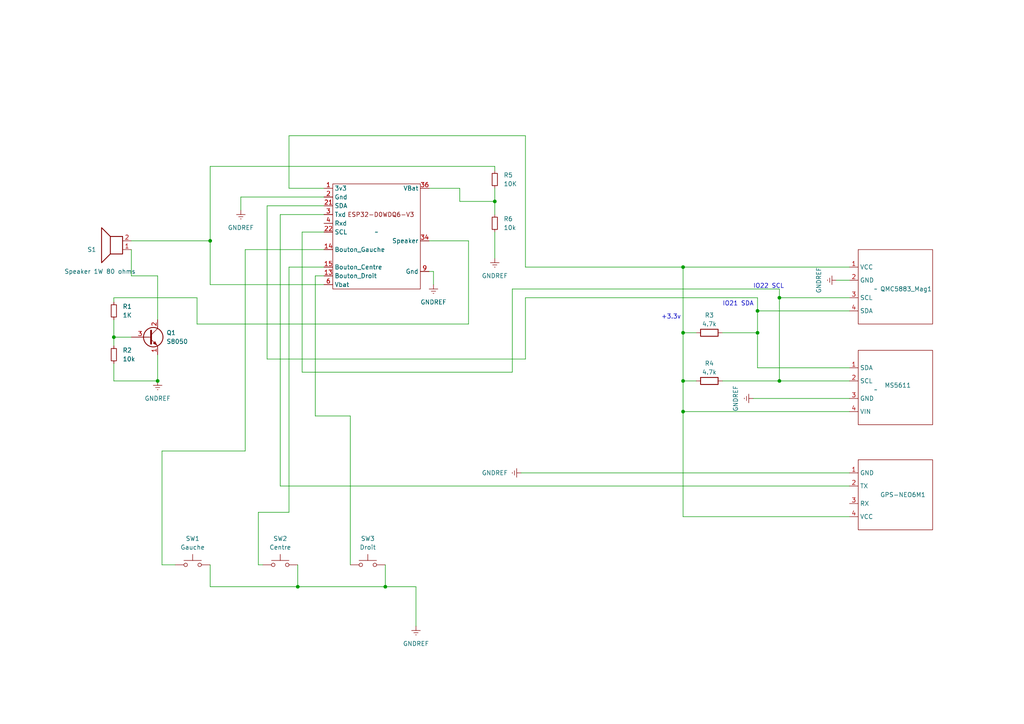
<source format=kicad_sch>
(kicad_sch (version 20230121) (generator eeschema)
  (paper "A4")
  (title_block (title "BertheVario213") (date "2025-02-15") (rev "1.01") (comment 1 "Author : SpinBerthe"))
  (lib_symbols
    (symbol "BertheLibrary:ESP32-D0WDQ6-V3"
      (property "Reference" "U" (at 0 0 0))
      (symbol "ESP32-D0WDQ6-V3_1_1"
        (rectangle (start -12.7 13.97) (end 12.7 -16.51))
        (text "ESP32-D0WDQ6-V3" (at 1.27 5.08 0) (effects (font (size 1.27 1.27))))
        (pin input line (at -15.24 12.7 0) (length 2.54) (name "3v3") (number "1"))
        (pin input line (at -15.24 -12.7 0) (length 2.54) (name "Bouton_Droit") (number "13"))
        (pin input line (at -15.24 -5.08 0) (length 2.54) (name "Bouton_Gauche") (number "14"))
        (pin input line (at -15.24 -10.16 0) (length 2.54) (name "Bouton_Centre") (number "15"))
        (pin input line (at -15.24 10.16 0) (length 2.54) (name "Gnd") (number "2"))
        (pin input line (at -15.24 7.62 0) (length 2.54) (name "SDA") (number "21"))
        (pin input line (at -15.24 0 0) (length 2.54) (name "SCL") (number "22"))
        (pin input line (at -15.24 5.08 0) (length 2.54) (name "Txd") (number "3"))
        (pin input line (at 15.24 -2.54 180) (length 2.54) (name "Speaker") (number "34"))
        (pin input line (at 15.24 12.7 180) (length 2.54) (name "VBat") (number "36"))
        (pin input line (at -15.24 2.54 0) (length 2.54) (name "Rxd") (number "4"))
        (pin input line (at -15.24 -15.24 0) (length 2.54) (name "Vbat") (number "6"))
        (pin input line (at 15.24 -11.43 180) (length 2.54) (name "Gnd") (number "9"))
      )
    )
    (symbol "BertheLibrary:GPS-NEO6"
      (property "Reference" "GPS-NEO6M" (at 0 0 0))
      (symbol "GPS-NEO6_0_1"
        (rectangle (start -11.43 10.16) (end 10.16 -10.16))
      )
      (symbol "GPS-NEO6_1_1"
        (pin input line (at -13.97 6.35 0) (length 2.54) (name "GND") (number "1"))
        (pin input line (at -13.97 2.54 0) (length 2.54) (name "TX") (number "2"))
        (pin input line (at -13.97 -2.54 0) (length 2.54) (name "RX") (number "3"))
        (pin input line (at -13.97 -6.35 0) (length 2.54) (name "VCC") (number "4"))
      )
    )
    (symbol "BertheLibrary:MS5611"
      (property "Reference" "MS5611" (at 5.08 0 0))
      (symbol "MS5611_0_1"
        (rectangle (start -5.08 11.43) (end 16.51 -10.16))
      )
      (symbol "MS5611_1_1"
        (pin input line (at -7.62 6.35 0) (length 2.54) (name "SDA") (number "1"))
        (pin input line (at -7.62 2.54 0) (length 2.54) (name "SCL") (number "2"))
        (pin input line (at -7.62 -2.54 0) (length 2.54) (name "GND") (number "3"))
        (pin input line (at -7.62 -6.35 0) (length 2.54) (name "VIN") (number "4"))
      )
    )
    (symbol "BertheLibrary:QMC5883"
      (property "Reference" "QMC5883" (at 5.08 0 0))
      (symbol "QMC5883_0_1"
        (rectangle (start -5.08 11.43) (end 16.51 -10.16))
      )
      (symbol "QMC5883_1_1"
        (pin input line (at -7.62 6.35 0) (length 2.54) (name "VCC") (number "1"))
        (pin input line (at -7.62 2.54 0) (length 2.54) (name "GND") (number "2"))
        (pin input line (at -7.62 -2.54 0) (length 2.54) (name "SCL") (number "3"))
        (pin input line (at -7.62 -6.35 0) (length 2.54) (name "SDA") (number "4"))
      )
    )
    (symbol "Device:R" (pin_numbers hide) (pin_names (offset 0))
      (property "Reference" "R" (at 2.032 0 90))
      (property "Value" "R" (at 0 0 90))
      (symbol "R_0_1"
        (rectangle (start -1.016 -2.54) (end 1.016 2.54) (stroke (width 0.254)))
      )
      (symbol "R_1_1"
        (pin passive line (at 0 3.81 270) (length 1.27) (name "~") (number "1"))
        (pin passive line (at 0 -3.81 90) (length 1.27) (name "~") (number "2"))
      )
    )
    (symbol "Device:R_Small" (pin_numbers hide) (pin_names (offset 0.254) hide)
      (property "Reference" "R" (at 0.762 0.508 0))
      (property "Value" "R_Small" (at 0.762 -1.016 0))
      (symbol "R_Small_0_1"
        (rectangle (start -0.762 1.778) (end 0.762 -1.778) (stroke (width 0.2032)))
      )
      (symbol "R_Small_1_1"
        (pin passive line (at 0 2.54 270) (length 0.762) (name "~") (number "1"))
        (pin passive line (at 0 -2.54 90) (length 0.762) (name "~") (number "2"))
      )
    )
    (symbol "Device:Speaker" (pin_names (offset 0) hide)
      (property "Reference" "LS" (at 1.27 5.715 0))
      (property "Value" "Speaker" (at 1.27 3.81 0))
      (symbol "Speaker_0_0"
        (rectangle (start -2.54 1.27) (end 1.016 -3.81) (stroke (width 0.254)))
        (polyline (pts (xy 1.016 1.27) (xy 3.556 3.81) (xy 3.556 -6.35) (xy 1.016 -3.81)) (stroke (width 0.254)))
      )
      (symbol "Speaker_1_1"
        (pin input line (at -5.08 0 0) (length 2.54) (name "1") (number "1"))
        (pin input line (at -5.08 -2.54 0) (length 2.54) (name "2") (number "2"))
      )
    )
    (symbol "Switch:SW_Push" (pin_numbers hide) (pin_names (offset 1.016) hide)
      (property "Reference" "SW" (at 1.27 2.54 0))
      (property "Value" "SW_Push" (at 0 -1.524 0))
      (symbol "SW_Push_0_1"
        (circle (center -2.032 0) (radius 0.508))
        (polyline (pts (xy 0 1.27) (xy 0 3.048)))
        (polyline (pts (xy 2.54 1.27) (xy -2.54 1.27)))
        (circle (center 2.032 0) (radius 0.508))
        (pin passive line (at -5.08 0 0) (length 2.54) (name "1") (number "1"))
        (pin passive line (at 5.08 0 180) (length 2.54) (name "2") (number "2"))
      )
    )
    (symbol "Transistor_BJT:2SC1815" (pin_names (offset 0) hide)
      (property "Reference" "Q" (at 5.08 1.905 0))
      (property "Value" "2SC1815" (at 5.08 0 0))
      (symbol "2SC1815_0_1"
        (polyline (pts (xy 0 0) (xy 0.508 0)))
        (polyline (pts (xy 0.635 0.635) (xy 2.54 2.54)))
        (polyline (pts (xy 0.635 -0.635) (xy 2.54 -2.54) (xy 2.54 -2.54)))
        (polyline (pts (xy 0.635 1.905) (xy 0.635 -1.905) (xy 0.635 -1.905)) (stroke (width 0.508)))
        (polyline (pts (xy 1.27 -1.778) (xy 1.778 -1.27) (xy 2.286 -2.286) (xy 1.27 -1.778) (xy 1.27 -1.778)) (fill (type outline)))
        (circle (center 1.27 0) (radius 2.8194) (stroke (width 0.254)))
      )
      (symbol "2SC1815_1_1"
        (pin passive line (at 2.54 -5.08 90) (length 2.54) (name "E") (number "1"))
        (pin passive line (at 2.54 5.08 270) (length 2.54) (name "C") (number "2"))
        (pin input line (at -5.08 0 0) (length 5.08) (name "B") (number "3"))
      )
    )
    (symbol "power:GNDREF" (power) (pin_names (offset 0))
      (property "Value" "GNDREF" (at 0 -3.81 0))
      (symbol "GNDREF_0_1"
        (polyline (pts (xy -0.635 -1.905) (xy 0.635 -1.905)))
        (polyline (pts (xy -0.127 -2.54) (xy 0.127 -2.54)))
        (polyline (pts (xy 0 -1.27) (xy 0 0)))
        (polyline (pts (xy 1.27 -1.27) (xy -1.27 -1.27)))
      )
      (symbol "GNDREF_1_1"
        (pin power_in line (at 0 0 270) (length 0) hide (name "GNDREF") (number "1"))
      )
    )
  )
  (junction (at 45.72 110.49))
  (junction (at 111.76 170.18))
  (junction (at 33.02 97.79))
  (junction (at 226.06 86.36))
  (junction (at 86.36 170.18))
  (junction (at 60.96 69.85))
  (junction (at 198.12 119.38))
  (junction (at 143.51 58.42))
  (junction (at 198.12 77.47))
  (junction (at 198.12 96.52))
  (junction (at 219.71 90.17))
  (junction (at 198.12 110.49))
  (junction (at 219.71 96.52))
  (junction (at 226.06 110.49))
  (wire (pts (xy 87.63 67.31) (xy 93.98 67.31)))
  (wire (pts (xy 111.76 163.83) (xy 111.76 170.18)))
  (wire (pts (xy 69.85 57.15) (xy 69.85 60.96)))
  (wire (pts (xy 33.02 92.71) (xy 33.02 97.79)))
  (wire (pts (xy 209.55 110.49) (xy 226.06 110.49)))
  (wire (pts (xy 125.73 78.74) (xy 125.73 82.55)))
  (wire (pts (xy 83.82 77.47) (xy 83.82 148.59)))
  (wire (pts (xy 198.12 96.52) (xy 198.12 110.49)))
  (wire (pts (xy 219.71 90.17) (xy 219.71 96.52)))
  (wire (pts (xy 60.96 69.85) (xy 60.96 82.55)))
  (wire (pts (xy 33.02 105.41) (xy 33.02 110.49)))
  (wire (pts (xy 87.63 107.95) (xy 148.59 107.95)))
  (wire (pts (xy 33.02 97.79) (xy 33.02 100.33)))
  (wire (pts (xy 152.4 77.47) (xy 152.4 39.37)))
  (wire (pts (xy 69.85 57.15) (xy 93.98 57.15)))
  (wire (pts (xy 133.35 54.61) (xy 133.35 58.42)))
  (wire (pts (xy 74.93 148.59) (xy 74.93 163.83)))
  (wire (pts (xy 226.06 86.36) (xy 246.38 86.36)))
  (wire (pts (xy 198.12 149.86) (xy 246.38 149.86)))
  (wire (pts (xy 209.55 96.52) (xy 219.71 96.52)))
  (wire (pts (xy 143.51 48.26) (xy 60.96 48.26)))
  (wire (pts (xy 124.46 54.61) (xy 133.35 54.61)))
  (wire (pts (xy 124.46 78.74) (xy 125.73 78.74)))
  (wire (pts (xy 143.51 58.42) (xy 143.51 62.23)))
  (wire (pts (xy 226.06 110.49) (xy 246.38 110.49)))
  (wire (pts (xy 148.59 83.82) (xy 148.59 107.95)))
  (wire (pts (xy 101.6 163.83) (xy 101.6 120.65)))
  (wire (pts (xy 81.28 62.23) (xy 93.98 62.23)))
  (wire (pts (xy 120.65 170.18) (xy 111.76 170.18)))
  (wire (pts (xy 33.02 110.49) (xy 45.72 110.49)))
  (wire (pts (xy 45.72 80.01) (xy 45.72 92.71)))
  (wire (pts (xy 57.15 93.98) (xy 57.15 86.36)))
  (wire (pts (xy 38.1 69.85) (xy 60.96 69.85)))
  (wire (pts (xy 60.96 48.26) (xy 60.96 69.85)))
  (wire (pts (xy 152.4 86.36) (xy 152.4 104.14)))
  (wire (pts (xy 143.51 48.26) (xy 143.51 49.53)))
  (wire (pts (xy 198.12 119.38) (xy 198.12 149.86)))
  (wire (pts (xy 152.4 86.36) (xy 219.71 86.36)))
  (wire (pts (xy 219.71 86.36) (xy 219.71 90.17)))
  (wire (pts (xy 38.1 80.01) (xy 38.1 72.39)))
  (wire (pts (xy 135.89 69.85) (xy 135.89 93.98)))
  (wire (pts (xy 46.99 130.81) (xy 71.12 130.81)))
  (wire (pts (xy 133.35 58.42) (xy 143.51 58.42)))
  (wire (pts (xy 33.02 97.79) (xy 38.1 97.79)))
  (wire (pts (xy 74.93 163.83) (xy 76.2 163.83)))
  (wire (pts (xy 86.36 163.83) (xy 86.36 170.18)))
  (wire (pts (xy 91.44 120.65) (xy 91.44 80.01)))
  (wire (pts (xy 77.47 104.14) (xy 77.47 59.69)))
  (wire (pts (xy 81.28 62.23) (xy 81.28 140.97)))
  (wire (pts (xy 91.44 80.01) (xy 93.98 80.01)))
  (wire (pts (xy 86.36 170.18) (xy 60.96 170.18)))
  (wire (pts (xy 87.63 67.31) (xy 87.63 107.95)))
  (wire (pts (xy 81.28 140.97) (xy 246.38 140.97)))
  (wire (pts (xy 151.13 137.16) (xy 246.38 137.16)))
  (wire (pts (xy 148.59 83.82) (xy 226.06 83.82)))
  (wire (pts (xy 60.96 163.83) (xy 60.96 170.18)))
  (wire (pts (xy 50.8 163.83) (xy 46.99 163.83)))
  (wire (pts (xy 45.72 102.87) (xy 45.72 110.49)))
  (wire (pts (xy 226.06 86.36) (xy 226.06 110.49)))
  (wire (pts (xy 242.57 81.28) (xy 246.38 81.28)))
  (wire (pts (xy 226.06 83.82) (xy 226.06 86.36)))
  (wire (pts (xy 218.44 115.57) (xy 246.38 115.57)))
  (wire (pts (xy 101.6 120.65) (xy 91.44 120.65)))
  (wire (pts (xy 198.12 96.52) (xy 201.93 96.52)))
  (wire (pts (xy 152.4 104.14) (xy 77.47 104.14)))
  (wire (pts (xy 198.12 119.38) (xy 246.38 119.38)))
  (wire (pts (xy 83.82 39.37) (xy 83.82 54.61)))
  (wire (pts (xy 83.82 77.47) (xy 93.98 77.47)))
  (wire (pts (xy 152.4 77.47) (xy 198.12 77.47)))
  (wire (pts (xy 45.72 80.01) (xy 38.1 80.01)))
  (wire (pts (xy 77.47 59.69) (xy 93.98 59.69)))
  (wire (pts (xy 219.71 96.52) (xy 219.71 106.68)))
  (wire (pts (xy 46.99 163.83) (xy 46.99 130.81)))
  (wire (pts (xy 198.12 77.47) (xy 198.12 96.52)))
  (wire (pts (xy 198.12 110.49) (xy 201.93 110.49)))
  (wire (pts (xy 152.4 39.37) (xy 83.82 39.37)))
  (wire (pts (xy 33.02 86.36) (xy 33.02 87.63)))
  (wire (pts (xy 71.12 130.81) (xy 71.12 72.39)))
  (wire (pts (xy 198.12 110.49) (xy 198.12 119.38)))
  (wire (pts (xy 57.15 86.36) (xy 33.02 86.36)))
  (wire (pts (xy 143.51 54.61) (xy 143.51 58.42)))
  (wire (pts (xy 111.76 170.18) (xy 86.36 170.18)))
  (wire (pts (xy 71.12 72.39) (xy 93.98 72.39)))
  (wire (pts (xy 219.71 90.17) (xy 246.38 90.17)))
  (wire (pts (xy 143.51 67.31) (xy 143.51 74.93)))
  (wire (pts (xy 198.12 77.47) (xy 246.38 77.47)))
  (wire (pts (xy 124.46 69.85) (xy 135.89 69.85)))
  (wire (pts (xy 219.71 106.68) (xy 246.38 106.68)))
  (wire (pts (xy 60.96 82.55) (xy 93.98 82.55)))
  (wire (pts (xy 83.82 54.61) (xy 93.98 54.61)))
  (wire (pts (xy 135.89 93.98) (xy 57.15 93.98)))
  (wire (pts (xy 83.82 148.59) (xy 74.93 148.59)))
  (wire (pts (xy 120.65 181.61) (xy 120.65 170.18)))
  (text "IO22 SCL" (at 218.44 83.82 0) (effects (font (size 1.27 1.27)) (justify left bottom)))
  (text "IO21 SDA" (at 209.55 88.9 0) (effects (font (size 1.27 1.27)) (justify left bottom)))
  (text "+3.3v" (at 191.77 92.71 0) (effects (font (size 1.27 1.27)) (justify left bottom)))
  (symbol (lib_id "BertheLibrary:QMC5883") (at 254 83.82 0) (unit 1)
    (property "Reference" "QMC5883_Mag1" (at 255.27 83.82 0) (effects (justify left)))
    (property "Value" "~" (at 254 83.82 0))
    (property "Footprint" "BertheShema:QMC5883" (effects hide))
  )
  (symbol (lib_id "Device:R_Small") (at 143.51 64.77 0) (unit 1)
    (property "Reference" "R6" (at 146.05 63.5 0) (effects (justify left)))
    (property "Value" "10k" (at 146.05 66.04 0) (effects (justify left)))
    (property "Footprint" "Resistor_THT:R_Axial_DIN0207_L6.3mm_D2.5mm_P10.16mm_Horizontal" (effects hide))
  )
  (symbol (lib_id "BertheLibrary:ESP32-D0WDQ6-V3") (at 109.22 67.31 0) (unit 1)
    (property "Reference" "U1" (effects hide))
    (property "Value" "~" (at 109.22 67.31 0))
    (property "Footprint" "BertheShema:ESP32-D0WDQ6" (effects hide))
  )
  (symbol (lib_id "Switch:SW_Push") (at 55.88 163.83 0) (unit 1)
    (property "Reference" "SW1" (at 55.88 156.21 0))
    (property "Value" "Gauche" (at 55.88 158.75 0))
    (property "Footprint" "BertheShema:switch" (effects hide))
  )
  (symbol (lib_id "Device:R") (at 205.74 96.52 90) (unit 1)
    (property "Reference" "R3" (at 205.74 91.44 90))
    (property "Value" "4.7k" (at 205.74 93.98 90))
    (property "Footprint" "BertheShema:R_47" (effects hide))
  )
  (symbol (lib_id "power:GNDREF") (at 151.13 137.16 270) (unit 1)
    (property "Reference" "#PWR05" (effects hide))
    (property "Value" "GNDREF" (at 147.32 137.16 90) (effects (justify right)))
  )
  (symbol (lib_id "power:GNDREF") (at 45.72 110.49 0) (unit 1)
    (property "Reference" "#PWR06" (effects hide))
    (property "Value" "GNDREF" (at 45.72 115.57 0))
  )
  (symbol (lib_id "power:GNDREF") (at 143.51 74.93 0) (unit 1)
    (property "Reference" "#PWR07" (effects hide))
    (property "Value" "GNDREF" (at 143.51 80.01 0))
  )
  (symbol (lib_id "power:GNDREF") (at 120.65 181.61 0) (unit 1)
    (property "Reference" "#PWR08" (effects hide))
    (property "Value" "GNDREF" (at 120.65 186.69 0))
  )
  (symbol (lib_id "BertheLibrary:MS5611") (at 254 113.03 0) (unit 1)
    (property "Reference" "MS5611" (at 256.54 111.76 0) (effects (justify left)))
    (property "Value" "~" (at 254 113.03 0))
    (property "Footprint" "BertheShema:MS5611" (effects hide))
  )
  (symbol (lib_id "Transistor_BJT:2SC1815") (at 43.18 97.79 0) (unit 1)
    (property "Reference" "Q1" (at 48.26 96.52 0) (effects (justify left)))
    (property "Value" "S8050" (at 48.26 99.06 0) (effects (justify left)))
    (property "Footprint" "Package_TO_SOT_THT:TO-92_Inline" (effects hide))
    (property "Datasheet" "https://media.digikey.com/pdf/Data%20Sheets/Toshiba%20PDFs/2SC1815.pdf" (effects hide))
  )
  (symbol (lib_id "power:GNDREF") (at 242.57 81.28 270) (mirror x) (unit 1)
    (property "Reference" "#PWR02" (effects hide))
    (property "Value" "GNDREF" (at 237.49 81.28 0))
  )
  (symbol (lib_id "Switch:SW_Push") (at 81.28 163.83 0) (unit 1)
    (property "Reference" "SW2" (at 81.28 156.21 0))
    (property "Value" "Centre" (at 81.28 158.75 0))
    (property "Footprint" "BertheShema:switch" (effects hide))
  )
  (symbol (lib_id "power:GNDREF") (at 69.85 60.96 0) (unit 1)
    (property "Reference" "#PWR04" (effects hide))
    (property "Value" "GNDREF" (at 69.85 66.04 0))
  )
  (symbol (lib_id "Switch:SW_Push") (at 106.68 163.83 0) (unit 1)
    (property "Reference" "SW3" (at 106.68 156.21 0))
    (property "Value" "Droit" (at 106.68 158.75 0))
    (property "Footprint" "BertheShema:switch" (effects hide))
  )
  (symbol (lib_id "power:GNDREF") (at 125.73 82.55 0) (unit 1)
    (property "Reference" "#PWR03" (effects hide))
    (property "Value" "GNDREF" (at 125.73 87.63 0))
  )
  (symbol (lib_id "Device:R_Small") (at 143.51 52.07 0) (unit 1)
    (property "Reference" "R5" (at 146.05 50.8 0) (effects (justify left)))
    (property "Value" "10K" (at 146.05 53.34 0) (effects (justify left)))
    (property "Footprint" "Resistor_THT:R_Axial_DIN0207_L6.3mm_D2.5mm_P10.16mm_Horizontal" (effects hide))
  )
  (symbol (lib_id "BertheLibrary:GPS-NEO6") (at 260.35 143.51 0) (unit 1)
    (property "Reference" "GPS-NEO6M1" (at 255.27 143.51 0) (effects (justify left)))
    (property "Value" "-" (effects hide))
    (property "Footprint" "BertheShema:GPSNEO6V2" (effects hide))
  )
  (symbol (lib_id "Device:R_Small") (at 33.02 90.17 0) (unit 1)
    (property "Reference" "R1" (at 35.56 88.9 0) (effects (justify left)))
    (property "Value" "1K" (at 35.56 91.44 0) (effects (justify left)))
    (property "Footprint" "Resistor_THT:R_Axial_DIN0207_L6.3mm_D2.5mm_P10.16mm_Horizontal" (effects hide))
  )
  (symbol (lib_id "Device:R") (at 205.74 110.49 90) (unit 1)
    (property "Reference" "R4" (at 205.74 105.41 90))
    (property "Value" "4.7k" (at 205.74 107.95 90))
    (property "Footprint" "BertheShema:R_47" (effects hide))
  )
  (symbol (lib_id "power:GNDREF") (at 218.44 115.57 270) (mirror x) (unit 1)
    (property "Reference" "#PWR01" (effects hide))
    (property "Value" "GNDREF" (at 213.36 115.57 0))
  )
  (symbol (lib_id "Device:R_Small") (at 33.02 102.87 0) (unit 1)
    (property "Reference" "R2" (at 35.56 101.6 0) (effects (justify left)))
    (property "Value" "10k" (at 35.56 104.14 0) (effects (justify left)))
    (property "Footprint" "Resistor_THT:R_Axial_DIN0207_L6.3mm_D2.5mm_P10.16mm_Horizontal" (effects hide))
  )
  (symbol (lib_id "Device:Speaker") (at 33.02 72.39 180) (unit 1)
    (property "Reference" "S1" (at 27.94 72.39 0) (effects (justify left)))
    (property "Value" "Speaker 1W 80 ohms" (at 39.37 78.74 0) (effects (justify left)))
    (property "Footprint" "BertheShema:2 trous standard" (effects hide))
  )
)
</source>
